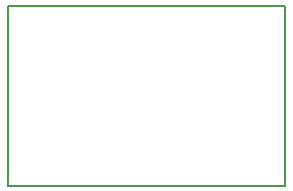
<source format=gbr>
G04 (created by PCBNEW (2013-jul-07)-stable) date Thu 09 Jan 2014 04:18:05 AM EST*
%MOIN*%
G04 Gerber Fmt 3.4, Leading zero omitted, Abs format*
%FSLAX34Y34*%
G01*
G70*
G90*
G04 APERTURE LIST*
%ADD10C,0.00590551*%
G04 APERTURE END LIST*
G54D10*
X93000Y-55500D02*
X83750Y-55500D01*
X93000Y-61500D02*
X93000Y-55500D01*
X83750Y-61500D02*
X93000Y-61500D01*
X83750Y-55500D02*
X83750Y-61500D01*
M02*

</source>
